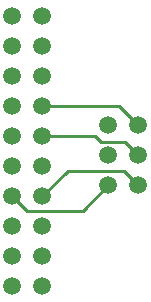
<source format=gbl>
G04 Layer_Physical_Order=2*
G04 Layer_Color=16711680*
%FSLAX44Y44*%
%MOMM*%
G71*
G01*
G75*
%ADD10C,0.2540*%
%ADD11C,1.5000*%
D10*
X417830Y806450D02*
X482600D01*
X417830Y781050D02*
X462280D01*
X392430Y730250D02*
X404876Y717804D01*
X452374D01*
X473710Y739140D01*
X482600Y806450D02*
X499110Y789940D01*
X417830Y730250D02*
X439166Y751586D01*
X486664D01*
X499110Y739140D01*
X462280Y781050D02*
X467360Y775970D01*
X487680D01*
X499110Y764540D01*
D11*
Y739140D02*
D03*
X473710D02*
D03*
Y789940D02*
D03*
X499110D02*
D03*
Y764540D02*
D03*
X473710D02*
D03*
X417830Y781050D02*
D03*
Y806450D02*
D03*
Y730250D02*
D03*
Y755650D02*
D03*
Y857250D02*
D03*
Y882650D02*
D03*
Y831850D02*
D03*
Y704850D02*
D03*
Y679450D02*
D03*
X392430Y730250D02*
D03*
X417830Y654050D02*
D03*
X392430Y882650D02*
D03*
Y831850D02*
D03*
Y857250D02*
D03*
Y781050D02*
D03*
Y806450D02*
D03*
Y755650D02*
D03*
Y679450D02*
D03*
Y704850D02*
D03*
Y654050D02*
D03*
M02*

</source>
